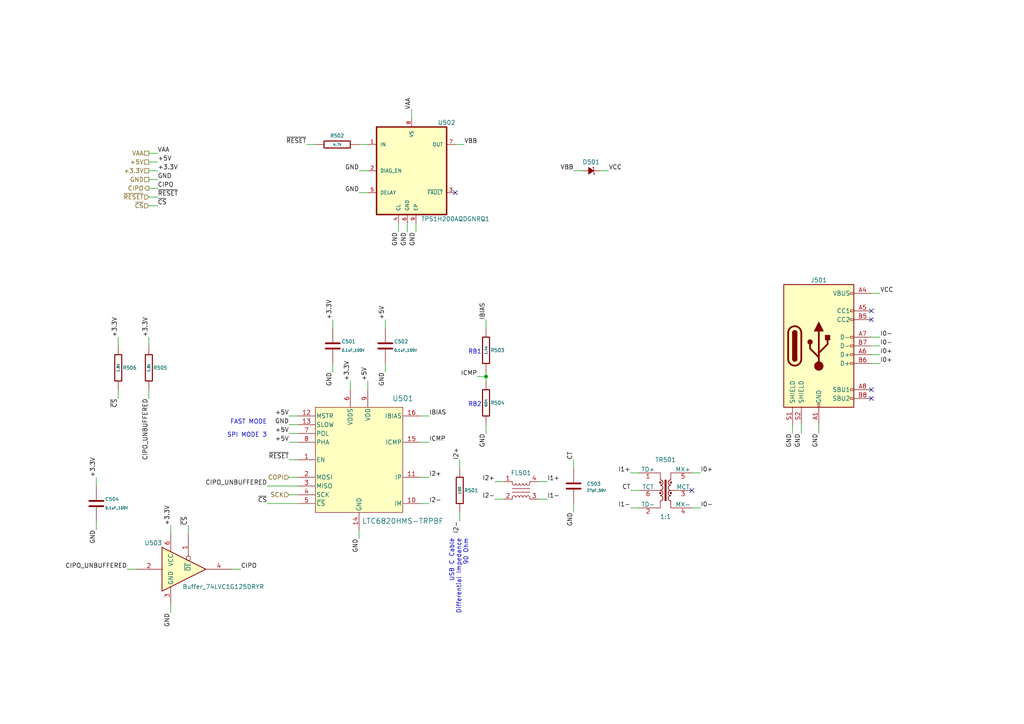
<source format=kicad_sch>
(kicad_sch (version 20230121) (generator eeschema)
  (paper "A4")
  (title_block (title "thruster-pcb") (date "2024-10-22") (rev "2.1") (company "Mechatronic Magic"))
  (lib_symbols
    (symbol "Janelia:Buffer_74LVC1G125DRYR"
      (property "Reference" "U" (at -10.16 7.62 0))
      (property "Value" "Buffer_74LVC1G125DRYR" (at 10.16 -5.08 0))
      (symbol "Buffer_74LVC1G125DRYR_0_1"
        (polyline (pts (xy -7.62 6.35) (xy -7.62 -6.35) (xy 5.08 0) (xy -7.62 6.35)) (stroke (width 0.254)) (fill (type background)))
      )
      (symbol "Buffer_74LVC1G125DRYR_1_1"
        (pin input inverted (at 0 10.16 270) (length 7.62) (name "~{OE}") (number "1"))
        (pin input line (at -15.24 0 0) (length 7.62) (name "~") (number "2"))
        (pin power_in line (at -5.08 -10.16 90) (length 5.08) (name "GND") (number "3"))
        (pin tri_state line (at 12.7 0 180) (length 7.62) (name "~") (number "4"))
        (pin no_connect line (at 0 -7.62 90) (length 5.08) hide (name "NC") (number "5"))
        (pin power_in line (at -5.08 10.16 270) (length 5.08) (name "VCC") (number "6"))
      )
    )
    (symbol "Janelia:C_0.1uF_100V_0402" (pin_numbers hide) (pin_names (offset 0.254))
      (property "Reference" "C" (at 0 2.54 0))
      (property "Value" "0.1uF_100V" (at 0 0 0))
      (symbol "C_0.1uF_100V_0402_0_1"
        (polyline (pts (xy -2.032 -0.762) (xy 2.032 -0.762)) (stroke (width 0.508)))
        (polyline (pts (xy -2.032 0.762) (xy 2.032 0.762)) (stroke (width 0.508)))
      )
      (symbol "C_0.1uF_100V_0402_1_1"
        (pin passive line (at 0 5.08 270) (length 4.318) (name "~") (number "1"))
        (pin passive line (at 0 -5.08 90) (length 4.318) (name "~") (number "2"))
      )
    )
    (symbol "Janelia:C_27pF_50V_0402" (pin_numbers hide) (pin_names (offset 0.254))
      (property "Reference" "C" (at 0 2.54 0))
      (property "Value" "27pF_50V" (at 0 0 0))
      (symbol "C_27pF_50V_0402_0_1"
        (polyline (pts (xy -2.032 -0.762) (xy 2.032 -0.762)) (stroke (width 0.508)))
        (polyline (pts (xy -2.032 0.762) (xy 2.032 0.762)) (stroke (width 0.508)))
      )
      (symbol "C_27pF_50V_0402_1_1"
        (pin passive line (at 0 5.08 270) (length 4.318) (name "~") (number "1"))
        (pin passive line (at 0 -5.08 90) (length 4.318) (name "~") (number "2"))
      )
    )
    (symbol "Janelia:Choke_CMF_ACT45B-220-2P" (pin_names (offset 0.254) hide)
      (property "Reference" "FL" (at 0 4.445 0))
      (symbol "Choke_CMF_ACT45B-220-2P_0_1"
        (arc (start -2.54 2.032) (mid -2.032 1.5262) (end -1.524 2.032))
        (arc (start -1.524 -2.032) (mid -2.032 -1.5262) (end -2.54 -2.032))
        (arc (start -1.524 2.032) (mid -1.016 1.5262) (end -0.508 2.032))
        (arc (start -0.508 -2.032) (mid -1.016 -1.5262) (end -1.524 -2.032))
        (arc (start -0.508 2.032) (mid 0 1.5262) (end 0.508 2.032))
        (polyline (pts (xy -2.54 -2.032) (xy -2.54 -2.54)))
        (polyline (pts (xy -2.54 0.508) (xy 2.54 0.508)))
        (polyline (pts (xy -2.54 2.032) (xy -2.54 2.54)))
        (polyline (pts (xy 2.54 -2.032) (xy 2.54 -2.54)))
        (polyline (pts (xy 2.54 -0.508) (xy -2.54 -0.508)))
        (polyline (pts (xy 2.54 2.54) (xy 2.54 2.032)))
        (arc (start 0.508 -2.032) (mid 0 -1.5262) (end -0.508 -2.032))
        (arc (start 0.508 2.032) (mid 1.016 1.5262) (end 1.524 2.032))
        (arc (start 1.524 -2.032) (mid 1.016 -1.5262) (end 0.508 -2.032))
        (arc (start 1.524 2.032) (mid 2.032 1.5262) (end 2.54 2.032))
        (arc (start 2.54 -2.032) (mid 2.032 -1.5262) (end 1.524 -2.032))
      )
      (symbol "Choke_CMF_ACT45B-220-2P_1_1"
        (pin passive line (at -5.08 2.54 0) (length 2.54) (name "1") (number "1"))
        (pin passive line (at -5.08 -2.54 0) (length 2.54) (name "2") (number "2"))
        (pin passive line (at 5.08 -2.54 180) (length 2.54) (name "3") (number "3"))
        (pin passive line (at 5.08 2.54 180) (length 2.54) (name "4") (number "4"))
      )
    )
    (symbol "Janelia:Connector_USB_C_Receptacle_USB2.0_16P_GT-USB-7047C" (pin_names (offset 1.016))
      (property "Reference" "J" (at 0 19.05 0))
      (symbol "Connector_USB_C_Receptacle_USB2.0_16P_GT-USB-7047C_0_0"
        (rectangle (start -0.254 -17.78) (end 0.254 -16.764))
        (rectangle (start 10.16 -14.986) (end 9.144 -15.494))
        (rectangle (start 10.16 -12.446) (end 9.144 -12.954))
        (rectangle (start 10.16 -4.826) (end 9.144 -5.334))
        (rectangle (start 10.16 -2.286) (end 9.144 -2.794))
        (rectangle (start 10.16 0.254) (end 9.144 -0.254))
        (rectangle (start 10.16 2.794) (end 9.144 2.286))
        (rectangle (start 10.16 7.874) (end 9.144 7.366))
        (rectangle (start 10.16 10.414) (end 9.144 9.906))
        (rectangle (start 10.16 15.494) (end 9.144 14.986))
      )
      (symbol "Connector_USB_C_Receptacle_USB2.0_16P_GT-USB-7047C_0_1"
        (rectangle (start -10.16 17.78) (end 10.16 -17.78) (stroke (width 0.254)) (fill (type background)))
        (arc (start -8.89 -3.81) (mid -6.985 -5.7067) (end -5.08 -3.81) (stroke (width 0.508)))
        (arc (start -7.62 -3.81) (mid -6.985 -4.4423) (end -6.35 -3.81) (stroke (width 0.254)))
        (arc (start -7.62 -3.81) (mid -6.985 -4.4423) (end -6.35 -3.81) (stroke (width 0.254)) (fill (type outline)))
        (rectangle (start -7.62 -3.81) (end -6.35 3.81) (stroke (width 0.254)) (fill (type outline)))
        (arc (start -6.35 3.81) (mid -6.985 4.4423) (end -7.62 3.81) (stroke (width 0.254)))
        (arc (start -6.35 3.81) (mid -6.985 4.4423) (end -7.62 3.81) (stroke (width 0.254)) (fill (type outline)))
        (arc (start -5.08 3.81) (mid -6.985 5.7067) (end -8.89 3.81) (stroke (width 0.508)))
        (circle (center -2.54 1.143) (radius 0.635) (stroke (width 0.254)) (fill (type outline)))
        (circle (center 0 -5.842) (radius 1.27) (fill (type outline)))
        (polyline (pts (xy -8.89 -3.81) (xy -8.89 3.81)) (stroke (width 0.508)))
        (polyline (pts (xy -5.08 3.81) (xy -5.08 -3.81)) (stroke (width 0.508)))
        (polyline (pts (xy 0 -5.842) (xy 0 4.318)) (stroke (width 0.508)))
        (polyline (pts (xy 0 -3.302) (xy -2.54 -0.762) (xy -2.54 0.508)) (stroke (width 0.508)))
        (polyline (pts (xy 0 -2.032) (xy 2.54 0.508) (xy 2.54 1.778)) (stroke (width 0.508)))
        (polyline (pts (xy -1.27 4.318) (xy 0 6.858) (xy 1.27 4.318) (xy -1.27 4.318)) (stroke (width 0.254)) (fill (type outline)))
        (rectangle (start 1.905 1.778) (end 3.175 3.048) (stroke (width 0.254)) (fill (type outline)))
      )
      (symbol "Connector_USB_C_Receptacle_USB2.0_16P_GT-USB-7047C_1_1"
        (pin passive line (at 0 -22.86 90) (length 5.08) (name "GND") (number "A1"))
        (pin passive line (at 0 -22.86 90) (length 5.08) hide (name "GND") (number "A12"))
        (pin passive line (at 15.24 15.24 180) (length 5.08) (name "VBUS") (number "A4"))
        (pin bidirectional line (at 15.24 10.16 180) (length 5.08) (name "CC1") (number "A5"))
        (pin bidirectional line (at 15.24 -2.54 180) (length 5.08) (name "D+") (number "A6"))
        (pin bidirectional line (at 15.24 2.54 180) (length 5.08) (name "D-") (number "A7"))
        (pin bidirectional line (at 15.24 -12.7 180) (length 5.08) (name "SBU1") (number "A8"))
        (pin passive line (at 15.24 15.24 180) (length 5.08) hide (name "VBUS") (number "A9"))
        (pin passive line (at 0 -22.86 90) (length 5.08) hide (name "GND") (number "B1"))
        (pin passive line (at 0 -22.86 90) (length 5.08) hide (name "GND") (number "B12"))
        (pin passive line (at 15.24 15.24 180) (length 5.08) hide (name "VBUS") (number "B4"))
        (pin bidirectional line (at 15.24 7.62 180) (length 5.08) (name "CC2") (number "B5"))
        (pin bidirectional line (at 15.24 -5.08 180) (length 5.08) (name "D+") (number "B6"))
        (pin bidirectional line (at 15.24 0 180) (length 5.08) (name "D-") (number "B7"))
        (pin bidirectional line (at 15.24 -15.24 180) (length 5.08) (name "SBU2") (number "B8"))
        (pin passive line (at 15.24 15.24 180) (length 5.08) hide (name "VBUS") (number "B9"))
        (pin passive line (at -7.62 -22.86 90) (length 5.08) (name "SHIELD") (number "S1"))
        (pin passive line (at -5.08 -22.86 90) (length 5.08) (name "SHIELD") (number "S2"))
      )
    )
    (symbol "Janelia:D_SCHOTTKY_60V_3A" (pin_numbers hide) (pin_names (offset 0.254) hide)
      (property "Reference" "D" (at -1.27 2.032 0))
      (symbol "D_SCHOTTKY_60V_3A_0_1"
        (polyline (pts (xy -0.762 -1.016) (xy -0.762 1.016)))
        (polyline (pts (xy -0.762 -1.016) (xy -0.508 -1.016) (xy -0.508 -0.762)))
        (polyline (pts (xy -0.762 1.016) (xy -1.016 1.016) (xy -1.016 0.762)))
        (polyline (pts (xy 0.762 -1.016) (xy -0.762 0) (xy 0.762 1.016) (xy 0.762 -1.016)) (fill (type outline)))
      )
      (symbol "D_SCHOTTKY_60V_3A_1_1"
        (pin passive line (at -2.54 0 0) (length 1.778) (name "K") (number "1"))
        (pin passive line (at 2.54 0 180) (length 1.778) (name "A") (number "2"))
      )
    )
    (symbol "Janelia:LTC6820HMS-TRPBF" (pin_names (offset 0.254))
      (property "Reference" "U" (at 12.7 17.78 0))
      (property "Value" "LTC6820HMS-TRPBF" (at 12.7 -17.78 0))
      (symbol "LTC6820HMS-TRPBF_1_1"
        (rectangle (start -12.7 15.24) (end 12.7 -15.24) (fill (type background)))
        (pin input line (at -17.78 0 0) (length 5.08) (name "EN") (number "1"))
        (pin bidirectional line (at 17.78 -12.7 180) (length 5.08) (name "IM") (number "10"))
        (pin bidirectional line (at 17.78 -5.08 180) (length 5.08) (name "IP") (number "11"))
        (pin input line (at -17.78 12.7 0) (length 5.08) (name "MSTR") (number "12"))
        (pin input line (at -17.78 10.16 0) (length 5.08) (name "SLOW") (number "13"))
        (pin power_in line (at 0 -20.32 90) (length 5.08) (name "GND") (number "14"))
        (pin passive line (at 17.78 5.08 180) (length 5.08) (name "ICMP") (number "15"))
        (pin passive line (at 17.78 12.7 180) (length 5.08) (name "IBIAS") (number "16"))
        (pin bidirectional line (at -17.78 -5.08 0) (length 5.08) (name "MOSI") (number "2"))
        (pin bidirectional line (at -17.78 -7.62 0) (length 5.08) (name "MISO") (number "3"))
        (pin bidirectional line (at -17.78 -10.16 0) (length 5.08) (name "SCK") (number "4"))
        (pin bidirectional line (at -17.78 -12.7 0) (length 5.08) (name "~{CS}") (number "5"))
        (pin power_in line (at -2.54 20.32 270) (length 5.08) (name "VDDS") (number "6"))
        (pin input line (at -17.78 7.62 0) (length 5.08) (name "POL") (number "7"))
        (pin input line (at -17.78 5.08 0) (length 5.08) (name "PHA") (number "8"))
        (pin power_in line (at 2.54 20.32 270) (length 5.08) (name "VDD") (number "9"))
      )
    )
    (symbol "Janelia:R_1.4k_0402" (pin_numbers hide) (pin_names (offset 0))
      (property "Reference" "R" (at 2.032 0 90))
      (property "Value" "1.4k" (at 0 0 90))
      (symbol "R_1.4k_0402_0_1"
        (rectangle (start -1.016 3.81) (end 1.016 -3.81) (stroke (width 0.3048)))
      )
      (symbol "R_1.4k_0402_1_1"
        (pin passive line (at 0 6.35 270) (length 2.54) (name "~") (number "1"))
        (pin passive line (at 0 -6.35 90) (length 2.54) (name "~") (number "2"))
      )
    )
    (symbol "Janelia:R_1.8k_0402" (pin_numbers hide) (pin_names (offset 0))
      (property "Reference" "R" (at 2.032 0 90))
      (property "Value" "1.8k" (at 0 0 90))
      (symbol "R_1.8k_0402_0_1"
        (rectangle (start -1.016 3.81) (end 1.016 -3.81) (stroke (width 0.3048)))
      )
      (symbol "R_1.8k_0402_1_1"
        (pin passive line (at 0 6.35 270) (length 2.54) (name "~") (number "1"))
        (pin passive line (at 0 -6.35 90) (length 2.54) (name "~") (number "2"))
      )
    )
    (symbol "Janelia:R_100_0402" (pin_numbers hide) (pin_names (offset 0))
      (property "Reference" "R" (at 1.27 0 0))
      (property "Value" "100" (at 0 0 90))
      (symbol "R_100_0402_0_1"
        (rectangle (start -1.016 3.81) (end 1.016 -3.81) (stroke (width 0.3048)))
      )
      (symbol "R_100_0402_1_1"
        (pin passive line (at 0 6.35 270) (length 2.54) (name "~") (number "1"))
        (pin passive line (at 0 -6.35 90) (length 2.54) (name "~") (number "2"))
      )
    )
    (symbol "Janelia:R_4.7k_0402" (pin_numbers hide) (pin_names (offset 0))
      (property "Reference" "R" (at 2.032 0 90))
      (property "Value" "4.7k" (at 0 0 90))
      (symbol "R_4.7k_0402_0_1"
        (rectangle (start -1.016 3.81) (end 1.016 -3.81) (stroke (width 0.3048)))
      )
      (symbol "R_4.7k_0402_1_1"
        (pin passive line (at 0 6.35 270) (length 2.54) (name "~") (number "1"))
        (pin passive line (at 0 -6.35 90) (length 2.54) (name "~") (number "2"))
      )
    )
    (symbol "Janelia:R_604_0402" (pin_numbers hide) (pin_names (offset 0))
      (property "Reference" "R" (at 2.032 0 90))
      (property "Value" "604" (at 0 0 90))
      (symbol "R_604_0402_0_1"
        (rectangle (start -1.016 3.81) (end 1.016 -3.81) (stroke (width 0.3048)))
      )
      (symbol "R_604_0402_1_1"
        (pin passive line (at 0 6.35 270) (length 2.54) (name "~") (number "1"))
        (pin passive line (at 0 -6.35 90) (length 2.54) (name "~") (number "2"))
      )
    )
    (symbol "Janelia:TPS1H200AQDGNRQ1" (pin_names (offset 1.016))
      (property "Reference" "U" (at 10.16 13.97 0))
      (property "Value" "TPS1H200AQDGNRQ1" (at 12.7 -13.97 0))
      (symbol "TPS1H200AQDGNRQ1_0_0"
        (rectangle (start -10.16 12.7) (end 10.16 -12.7) (stroke (width 0.41)) (fill (type background)))
      )
      (symbol "TPS1H200AQDGNRQ1_1_0"
        (pin input line (at -12.7 7.62 0) (length 2.54) (name "IN") (number "1"))
        (pin input line (at -12.7 0 0) (length 2.54) (name "DIAG_EN") (number "2"))
        (pin output line (at 12.7 -6.35 180) (length 2.54) (name "~{FAULT}") (number "3"))
        (pin passive line (at -3.81 -15.24 90) (length 2.54) (name "CL") (number "4"))
        (pin passive line (at -12.7 -6.35 0) (length 2.54) (name "DELAY") (number "5"))
        (pin power_in line (at -1.27 -15.24 90) (length 2.54) (name "GND") (number "6"))
        (pin output line (at 12.7 7.62 180) (length 2.54) (name "OUT") (number "7"))
        (pin power_in line (at 0 15.24 270) (length 2.54) (name "VS") (number "8"))
        (pin passive line (at 1.27 -15.24 90) (length 2.54) (name "EP") (number "9"))
      )
    )
    (symbol "Janelia:Transformer_Pulse_1CT{colon}1CT_SMD" (pin_names (offset 0))
      (property "Reference" "TR" (at 0 8.89 0))
      (property "Value" "1:1" (at 0 -7.62 0))
      (symbol "Transformer_Pulse_1CT{colon}1CT_SMD_0_1"
        (arc (start -1.524 -3.048) (mid -0.7653 -2.286) (end -1.524 -1.524) (stroke (width 0.2032)))
        (arc (start -1.524 -1.524) (mid -0.7653 -0.762) (end -1.524 0) (stroke (width 0.2032)))
        (arc (start -1.524 0) (mid -0.7653 0.762) (end -1.524 1.524) (stroke (width 0.2032)))
        (arc (start -1.524 1.524) (mid -0.7653 2.286) (end -1.524 3.048) (stroke (width 0.2032)))
        (rectangle (start -0.254 3.048) (end 0.254 -3.048) (stroke (width 0.0254)) (fill (type outline)))
        (polyline (pts (xy -1.524 0) (xy -2.54 0) (xy -2.54 0)) (fill (type outline)))
        (polyline (pts (xy 1.524 0) (xy 2.54 0) (xy 2.54 0)) (fill (type outline)))
        (polyline (pts (xy -2.54 5.08) (xy -1.524 5.08) (xy -1.524 3.048) (xy -1.524 3.048)) (stroke (width 0.1524)))
        (polyline (pts (xy -1.524 -3.048) (xy -1.524 -5.08) (xy -2.54 -5.08) (xy -2.54 -5.08)) (stroke (width 0.1524)))
        (polyline (pts (xy 1.524 3.048) (xy 1.524 5.08) (xy 2.54 5.08) (xy 2.54 5.08)) (stroke (width 0.1524)))
        (polyline (pts (xy 2.54 -5.08) (xy 1.524 -5.08) (xy 1.524 -3.048) (xy 1.524 -3.048)) (stroke (width 0.1524)))
        (arc (start 1.524 -1.524) (mid 0.7653 -2.286) (end 1.524 -3.048) (stroke (width 0.2032)))
        (arc (start 1.524 0) (mid 0.7653 -0.762) (end 1.524 -1.524) (stroke (width 0.2032)))
        (arc (start 1.524 1.524) (mid 0.7653 0.762) (end 1.524 0) (stroke (width 0.2032)))
        (arc (start 1.524 3.048) (mid 0.7653 2.286) (end 1.524 1.524) (stroke (width 0.2032)))
      )
      (symbol "Transformer_Pulse_1CT{colon}1CT_SMD_1_1"
        (circle (center -1.524 -0.762) (radius 0.254) (fill (type outline)))
        (circle (center -1.524 2.286) (radius 0.254) (fill (type outline)))
        (circle (center 1.524 -0.762) (radius 0.254) (fill (type outline)))
        (circle (center 1.524 2.286) (radius 0.254) (fill (type outline)))
        (pin passive line (at -7.62 5.08 0) (length 5.08) (name "TD+") (number "1"))
        (pin passive line (at -7.62 -5.08 0) (length 5.08) (name "TD-") (number "2"))
        (pin passive line (at 7.62 0 180) (length 5.08) (name "MCT") (number "3"))
        (pin passive line (at 7.62 -5.08 180) (length 5.08) (name "MX-") (number "4"))
        (pin passive line (at 7.62 5.08 180) (length 5.08) (name "MX+") (number "5"))
        (pin passive line (at -7.62 0 0) (length 5.08) (name "TCT") (number "6"))
      )
    )
  )
  (junction (at 140.97 109.22))
  (no_connect (at 200.66 142.24))
  (no_connect (at 252.73 90.17))
  (no_connect (at 132.08 55.88))
  (no_connect (at 252.73 92.71))
  (no_connect (at 252.73 115.57))
  (no_connect (at 252.73 113.03))
  (wire (pts (xy 252.73 85.09) (xy 255.27 85.09)))
  (wire (pts (xy 86.36 120.65) (xy 83.82 120.65)))
  (wire (pts (xy 133.35 135.89) (xy 133.35 133.35)))
  (wire (pts (xy 36.83 165.1) (xy 39.37 165.1)))
  (wire (pts (xy 146.05 144.78) (xy 143.51 144.78)))
  (wire (pts (xy 43.18 59.69) (xy 45.72 59.69)))
  (wire (pts (xy 91.44 41.91) (xy 88.9 41.91)))
  (wire (pts (xy 49.53 175.26) (xy 49.53 177.8)))
  (wire (pts (xy 120.65 64.77) (xy 120.65 67.31)))
  (wire (pts (xy 237.49 123.19) (xy 237.49 125.73)))
  (wire (pts (xy 101.6 113.03) (xy 101.6 110.49)))
  (wire (pts (xy 166.37 135.89) (xy 166.37 133.35)))
  (wire (pts (xy 115.57 64.77) (xy 115.57 67.31)))
  (wire (pts (xy 121.92 120.65) (xy 124.46 120.65)))
  (wire (pts (xy 106.68 55.88) (xy 104.14 55.88)))
  (wire (pts (xy 43.18 46.99) (xy 45.72 46.99)))
  (wire (pts (xy 232.41 123.19) (xy 232.41 125.73)))
  (wire (pts (xy 86.36 128.27) (xy 83.82 128.27)))
  (wire (pts (xy 106.68 113.03) (xy 106.68 110.49)))
  (wire (pts (xy 200.66 147.32) (xy 203.2 147.32)))
  (wire (pts (xy 185.42 137.16) (xy 182.88 137.16)))
  (wire (pts (xy 96.52 105.41) (xy 96.52 107.95)))
  (wire (pts (xy 185.42 147.32) (xy 182.88 147.32)))
  (wire (pts (xy 43.18 44.45) (xy 45.72 44.45)))
  (wire (pts (xy 252.73 97.79) (xy 255.27 97.79)))
  (wire (pts (xy 43.18 100.33) (xy 43.18 97.79)))
  (wire (pts (xy 43.18 115.57) (xy 43.18 113.03)))
  (wire (pts (xy 43.18 57.15) (xy 45.72 57.15)))
  (wire (pts (xy 200.66 137.16) (xy 203.2 137.16)))
  (wire (pts (xy 43.18 52.07) (xy 45.72 52.07)))
  (wire (pts (xy 168.91 49.53) (xy 166.37 49.53)))
  (wire (pts (xy 45.72 54.61) (xy 43.18 54.61)))
  (wire (pts (xy 166.37 146.05) (xy 166.37 148.59)))
  (wire (pts (xy 121.92 128.27) (xy 124.46 128.27)))
  (wire (pts (xy 229.87 123.19) (xy 229.87 125.73)))
  (wire (pts (xy 140.97 123.19) (xy 140.97 125.73)))
  (wire (pts (xy 96.52 95.25) (xy 96.52 92.71)))
  (wire (pts (xy 140.97 109.22) (xy 140.97 110.49)))
  (wire (pts (xy 173.99 49.53) (xy 176.53 49.53)))
  (wire (pts (xy 104.14 153.67) (xy 104.14 156.21)))
  (wire (pts (xy 133.35 148.59) (xy 133.35 151.13)))
  (wire (pts (xy 119.38 34.29) (xy 119.38 31.75)))
  (wire (pts (xy 121.92 138.43) (xy 124.46 138.43)))
  (wire (pts (xy 156.21 139.7) (xy 158.75 139.7)))
  (wire (pts (xy 138.43 109.22) (xy 140.97 109.22)))
  (wire (pts (xy 27.94 151.13) (xy 27.94 153.67)))
  (wire (pts (xy 34.29 100.33) (xy 34.29 97.79)))
  (wire (pts (xy 156.21 144.78) (xy 158.75 144.78)))
  (wire (pts (xy 252.73 102.87) (xy 255.27 102.87)))
  (wire (pts (xy 27.94 140.97) (xy 27.94 138.43)))
  (wire (pts (xy 86.36 138.43) (xy 83.82 138.43)))
  (wire (pts (xy 43.18 49.53) (xy 45.72 49.53)))
  (wire (pts (xy 77.47 140.97) (xy 86.36 140.97)))
  (wire (pts (xy 106.68 49.53) (xy 104.14 49.53)))
  (wire (pts (xy 34.29 115.57) (xy 34.29 113.03)))
  (wire (pts (xy 49.53 154.94) (xy 49.53 152.4)))
  (wire (pts (xy 111.76 105.41) (xy 111.76 107.95)))
  (wire (pts (xy 54.61 154.94) (xy 54.61 152.4)))
  (wire (pts (xy 140.97 95.25) (xy 140.97 92.71)))
  (wire (pts (xy 86.36 125.73) (xy 83.82 125.73)))
  (wire (pts (xy 132.08 41.91) (xy 134.62 41.91)))
  (wire (pts (xy 252.73 105.41) (xy 255.27 105.41)))
  (wire (pts (xy 140.97 107.95) (xy 140.97 109.22)))
  (wire (pts (xy 146.05 139.7) (xy 143.51 139.7)))
  (wire (pts (xy 69.85 165.1) (xy 67.31 165.1)))
  (wire (pts (xy 121.92 146.05) (xy 124.46 146.05)))
  (wire (pts (xy 86.36 123.19) (xy 83.82 123.19)))
  (wire (pts (xy 118.11 64.77) (xy 118.11 67.31)))
  (wire (pts (xy 77.47 146.05) (xy 86.36 146.05)))
  (wire (pts (xy 86.36 143.51) (xy 83.82 143.51)))
  (wire (pts (xy 252.73 100.33) (xy 255.27 100.33)))
  (wire (pts (xy 185.42 142.24) (xy 182.88 142.24)))
  (wire (pts (xy 86.36 133.35) (xy 83.82 133.35)))
  (wire (pts (xy 104.14 41.91) (xy 106.68 41.91)))
  (wire (pts (xy 111.76 95.25) (xy 111.76 92.71)))
  (text "RB1" (at 139.7 102.87 0) (effects (font (size 1.27 1.27)) (justify right bottom)))
  (text "RB2" (at 139.7 118.11 0) (effects (font (size 1.27 1.27)) (justify right bottom)))
  (text "USB C Cable\nDifferential Impedance\n90 Ohm" (at 135.89 156.21 90) (effects (font (size 1.27 1.27)) (justify right bottom)))
  (text "SPI MODE 3" (at 77.47 127 0) (effects (font (size 1.27 1.27)) (justify right bottom)))
  (text "FAST MODE" (at 77.47 123.19 0) (effects (font (size 1.27 1.27)) (justify right bottom)))
  (label "I2-" (at 143.51 144.78 180))
  (label "I1+" (at 182.88 137.16 180))
  (label "GND" (at 45.72 52.07 0))
  (label "+3.3V" (at 43.18 97.79 90))
  (label "I1-" (at 158.75 144.78 0))
  (label "GND" (at 120.65 67.31 270))
  (label "CT" (at 166.37 133.35 90))
  (label "I1-" (at 182.88 147.32 180))
  (label "GND" (at 83.82 123.19 180))
  (label "I0-" (at 255.27 97.79 0))
  (label "GND" (at 104.14 55.88 180))
  (label "+5V" (at 106.68 110.49 90))
  (label "~{CS}" (at 45.72 59.69 0))
  (label "IBIAS" (at 140.97 92.71 90))
  (label "VAA" (at 119.38 31.75 90))
  (label "VCC" (at 255.27 85.09 0))
  (label "I2-" (at 133.35 151.13 270))
  (label "+5V" (at 83.82 128.27 180))
  (label "I2+" (at 133.35 133.35 90))
  (label "GND" (at 229.87 125.73 270))
  (label "GND" (at 166.37 148.59 270))
  (label "+3.3V" (at 34.29 97.79 90))
  (label "+5V" (at 83.82 120.65 180))
  (label "I0-" (at 203.2 147.32 0))
  (label "GND" (at 140.97 125.73 270))
  (label "CIPO_UNBUFFERED" (at 77.47 140.97 180))
  (label "GND" (at 104.14 156.21 270))
  (label "CIPO_UNBUFFERED" (at 43.18 115.57 270))
  (label "GND" (at 96.52 107.95 270))
  (label "I0+" (at 255.27 102.87 0))
  (label "+5V" (at 45.72 46.99 0))
  (label "+3.3V" (at 45.72 49.53 0))
  (label "~{CS}" (at 54.61 152.4 90))
  (label "I0-" (at 255.27 100.33 0))
  (label "IBIAS" (at 124.46 120.65 0))
  (label "CIPO" (at 45.72 54.61 0))
  (label "~{RESET}" (at 83.82 133.35 180))
  (label "~{RESET}" (at 45.72 57.15 0))
  (label "+3.3V" (at 49.53 152.4 90))
  (label "VCC" (at 176.53 49.53 0))
  (label "CT" (at 182.88 142.24 180))
  (label "GND" (at 49.53 177.8 270))
  (label "GND" (at 118.11 67.31 270))
  (label "GND" (at 232.41 125.73 270))
  (label "I2-" (at 124.46 146.05 0))
  (label "+3.3V" (at 27.94 138.43 90))
  (label "+5V" (at 83.82 125.73 180))
  (label "VBB" (at 166.37 49.53 180))
  (label "ICMP" (at 138.43 109.22 180))
  (label "VAA" (at 45.72 44.45 0))
  (label "~{RESET}" (at 88.9 41.91 180))
  (label "I2+" (at 143.51 139.7 180))
  (label "CIPO_UNBUFFERED" (at 36.83 165.1 180))
  (label "I0+" (at 203.2 137.16 0))
  (label "GND" (at 237.49 125.73 270))
  (label "+5V" (at 111.76 92.71 90))
  (label "ICMP" (at 124.46 128.27 0))
  (label "~{CS}" (at 77.47 146.05 180))
  (label "+3.3V" (at 96.52 92.71 90))
  (label "+3.3V" (at 101.6 110.49 90))
  (label "~{CS}" (at 34.29 115.57 270))
  (label "GND" (at 104.14 49.53 180))
  (label "GND" (at 27.94 153.67 270))
  (label "GND" (at 115.57 67.31 270))
  (label "GND" (at 111.76 107.95 270))
  (label "VBB" (at 134.62 41.91 0))
  (label "I1+" (at 158.75 139.7 0))
  (label "I0+" (at 255.27 105.41 0))
  (label "I2+" (at 124.46 138.43 0))
  (label "CIPO" (at 69.85 165.1 0))
  (hierarchical_label "~{RESET}" (shape input) (at 43.18 57.15 180))
  (hierarchical_label "+5V" (shape passive) (at 43.18 46.99 180))
  (hierarchical_label "+3.3V" (shape passive) (at 43.18 49.53 180))
  (hierarchical_label "GND" (shape passive) (at 43.18 52.07 180))
  (hierarchical_label "CIPO" (shape output) (at 43.18 54.61 180))
  (hierarchical_label "VAA" (shape passive) (at 43.18 44.45 180))
  (hierarchical_label "~{CS}" (shape input) (at 43.18 59.69 180))
  (hierarchical_label "COPI" (shape input) (at 83.82 138.43 180))
  (hierarchical_label "SCK" (shape input) (at 83.82 143.51 180))
  (symbol (lib_id "Janelia:C_0.1uF_100V_0402") (at 27.94 146.05 0) (unit 1)
    (property "Reference" "C504" (at 30.48 144.78 0) (effects (font (size 1.016 1.016)) (justify left)))
    (property "Value" "0.1uF_100V" (at 30.48 147.32 0) (effects (font (size 0.762 0.762)) (justify left)))
    (property "Footprint" "Janelia:C_0402_1005Metric" (effects hide))
    (property "Vendor" "Digi-Key" (effects hide))
    (property "Vendor Part Number" "490-10458-1-ND" (effects hide))
    (property "Synopsis" "CAP CER 0.1UF 100V X5R" (effects hide))
    (property "Manufacturer" "Murata Electronics" (effects hide))
    (property "Manufacturer Part Number" "GRM155R62A104KE14D" (effects hide))
    (property "Package" "0402" (effects hide))
    (property "LCSC" "C162178" (effects hide))
    (instances (project "thruster-pcb" (path "" (reference "C504") (unit 1)) (path "" (reference "C604") (unit 1)) (path "" (reference "C704") (unit 1)) (path "" (reference "C804") (unit 1)) (path "" (reference "C904") (unit 1)) (path "" (reference "C1004") (unit 1)) (path "" (reference "C1104") (unit 1))))
  )
  (symbol (lib_id "Janelia:R_1.8k_0402") (at 43.18 106.68 0) (unit 1)
    (property "Reference" "R505" (at 44.45 106.68 0) (effects (font (size 1.016 1.016)) (justify left)))
    (property "Value" "1.8k" (at 43.18 106.68 90) (effects (font (size 0.762 0.762))))
    (property "Footprint" "Janelia:R_0402_1005Metric" (effects hide))
    (property "Vendor" "JLCPCB" (effects hide))
    (property "Vendor Part Number" "C409855" (effects hide))
    (property "Synopsis" "RES SMD 1.8K OHM 5% 100mW" (effects hide))
    (property "Package" "0402" (effects hide))
    (property "Manufacturer" "PANASONIC" (effects hide))
    (property "Manufacturer Part Number" "ERJ2GEJ182X" (effects hide))
    (property "LCSC" "C409855" (effects hide))
    (instances (project "thruster-pcb" (path "" (reference "R505") (unit 1)) (path "" (reference "R605") (unit 1)) (path "" (reference "R705") (unit 1)) (path "" (reference "R805") (unit 1)) (path "" (reference "R905") (unit 1)) (path "" (reference "R1005") (unit 1)) (path "" (reference "R1105") (unit 1))))
  )
  (symbol (lib_id "Janelia:Connector_USB_C_Receptacle_USB2.0_16P_GT-USB-7047C") (at 237.49 100.33 0) (unit 1)
    (property "Reference" "J501" (at 237.49 81.28 0))
    (property "Value" "Connector_USB_C_Receptacle_USB2.0_16P_GT-USB-7047C" (effects hide))
    (property "Footprint" "Janelia:USB_C_Receptacle_GT-USB-7047C_16P_TopMnt_Horizontal" (effects hide))
    (property "Synopsis" "USB Type-C 2.0 16P 5A" (effects hide))
    (property "Package" "SMD" (effects hide))
    (property "Manufacturer" "G-Switch" (effects hide))
    (property "Manufacturer Part Number" "GT-USB-7047C" (effects hide))
    (property "Vendor" "JLCPCB" (effects hide))
    (property "Vendor Part Number" "C963218" (effects hide))
    (property "LCSC" "C963218" (effects hide))
    (instances (project "thruster-pcb" (path "" (reference "J501") (unit 1)) (path "" (reference "J601") (unit 1)) (path "" (reference "J701") (unit 1)) (path "" (reference "J801") (unit 1)) (path "" (reference "J901") (unit 1)) (path "" (reference "J1001") (unit 1)) (path "" (reference "J1101") (unit 1))))
  )
  (symbol (lib_id "Janelia:LTC6820HMS-TRPBF") (at 104.14 133.35 0) (unit 1)
    (property "Reference" "U501" (at 116.84 115.57 0) (effects (font (size 1.524 1.524))))
    (property "Value" "LTC6820HMS-TRPBF" (at 116.84 151.13 0) (effects (font (size 1.524 1.524))))
    (property "Footprint" "Janelia:MS_05-08-1669_ADI" (effects hide))
    (property "Synopsis" "SPI Isolator" (effects hide))
    (property "Package" "MSOP-16" (effects hide))
    (property "Manufacturer" "Analog Devices" (effects hide))
    (property "Manufacturer Part Number" "LTC6820HMS#3ZZTRPBF" (effects hide))
    (property "Vendor" "Digi-Key" (effects hide))
    (property "Vendor Part Number" "505-LTC6820HMS#3ZZTRPBFTR-ND" (effects hide))
    (property "LCSC" "C514444" (effects hide))
    (instances (project "thruster-pcb" (path "" (reference "U501") (unit 1)) (path "" (reference "U601") (unit 1)) (path "" (reference "U701") (unit 1)) (path "" (reference "U801") (unit 1)) (path "" (reference "U901") (unit 1)) (path "" (reference "U1001") (unit 1)) (path "" (reference "U1101") (unit 1))))
  )
  (symbol (lib_id "Janelia:R_1.4k_0402") (at 140.97 101.6 0) (unit 1)
    (property "Reference" "R503" (at 142.24 101.6 0) (effects (font (size 1.016 1.016)) (justify left)))
    (property "Value" "1.4k" (at 140.97 101.6 90) (effects (font (size 0.762 0.762))))
    (property "Footprint" "Janelia:R_0402_1005Metric" (effects hide))
    (property "Vendor" "JLCPCB" (effects hide))
    (property "Vendor Part Number" "C375491" (effects hide))
    (property "Synopsis" "RES SMD 1.4K OHM 1% 62.5mW" (effects hide))
    (property "Package" "0402" (effects hide))
    (property "Manufacturer" "YAGEO" (effects hide))
    (property "Manufacturer Part Number" "RC0402FR-071K4L" (effects hide))
    (property "LCSC" "C375491" (effects hide))
    (instances (project "thruster-pcb" (path "" (reference "R503") (unit 1)) (path "" (reference "R603") (unit 1)) (path "" (reference "R703") (unit 1)) (path "" (reference "R803") (unit 1)) (path "" (reference "R903") (unit 1)) (path "" (reference "R1003") (unit 1)) (path "" (reference "R1103") (unit 1))))
  )
  (symbol (lib_id "Janelia:R_604_0402") (at 140.97 116.84 0) (unit 1)
    (property "Reference" "R504" (at 142.24 116.84 0) (effects (font (size 1.016 1.016)) (justify left)))
    (property "Value" "604" (at 140.97 116.84 90) (effects (font (size 0.762 0.762))))
    (property "Footprint" "Janelia:R_0402_1005Metric" (effects hide))
    (property "Vendor" "JLCPCB" (effects hide))
    (property "Vendor Part Number" "C2076855" (effects hide))
    (property "Synopsis" "RES SMD 604 OHM 1% 100mW" (effects hide))
    (property "Package" "0402" (effects hide))
    (property "Manufacturer" "PANASONIC" (effects hide))
    (property "Manufacturer Part Number" "ERJ2RKF6040X" (effects hide))
    (property "LCSC" "C2076855" (effects hide))
    (instances (project "thruster-pcb" (path "" (reference "R504") (unit 1)) (path "" (reference "R604") (unit 1)) (path "" (reference "R704") (unit 1)) (path "" (reference "R804") (unit 1)) (path "" (reference "R904") (unit 1)) (path "" (reference "R1004") (unit 1)) (path "" (reference "R1104") (unit 1))))
  )
  (symbol (lib_id "Janelia:Choke_CMF_ACT45B-220-2P") (at 151.13 142.24 0) (unit 1)
    (property "Reference" "FL501" (at 151.13 137.16 0))
    (property "Value" "Choke_CMF_ACT45B-220-2P" (effects hide))
    (property "Footprint" "Janelia:SMD_0-2P-TL003_TDK-L" (effects hide))
    (property "Synopsis" "CMC 22UH 200MA 2LN 1.2KOHM SMD" (effects hide))
    (property "Package" "1812" (effects hide))
    (property "Manufacturer" "TDK " (effects hide))
    (property "Manufacturer Part Number" "ACT45B-220-2P-TL003" (effects hide))
    (property "Vendor" "Digi-Key" (effects hide))
    (property "Vendor Part Number" "445-3957-1-ND" (effects hide))
    (property "LCSC" "C88055" (effects hide))
    (instances (project "thruster-pcb" (path "" (reference "FL501") (unit 1)) (path "" (reference "FL601") (unit 1)) (path "" (reference "FL701") (unit 1)) (path "" (reference "FL801") (unit 1)) (path "" (reference "FL901") (unit 1)) (path "" (reference "FL1001") (unit 1)) (path "" (reference "FL1101") (unit 1))))
  )
  (symbol (lib_id "Janelia:R_100_0402") (at 133.35 142.24 0) (unit 1)
    (property "Reference" "R501" (at 134.62 142.24 0) (effects (font (size 1.016 1.016)) (justify left)))
    (property "Value" "100" (at 133.35 142.24 90) (effects (font (size 0.762 0.762))))
    (property "Footprint" "Janelia:R_0402_1005Metric" (effects hide))
    (property "Vendor" "JLCPCB" (effects hide))
    (property "Vendor Part Number" "C25076" (effects hide))
    (property "Synopsis" "RES SMD 100 OHM 1% 62.5mW" (effects hide))
    (property "Package" "0402" (effects hide))
    (property "Manufacturer" "UNI-ROYAL(Uniroyal Elec)" (effects hide))
    (property "Manufacturer Part Number" "0402WGF1000TCE" (effects hide))
    (property "LCSC" "C25076" (effects hide))
    (instances (project "thruster-pcb" (path "" (reference "R501") (unit 1)) (path "" (reference "R601") (unit 1)) (path "" (reference "R701") (unit 1)) (path "" (reference "R801") (unit 1)) (path "" (reference "R901") (unit 1)) (path "" (reference "R1001") (unit 1)) (path "" (reference "R1101") (unit 1))))
  )
  (symbol (lib_id "Janelia:C_0.1uF_100V_0402") (at 96.52 100.33 0) (unit 1)
    (property "Reference" "C501" (at 99.06 99.06 0) (effects (font (size 1.016 1.016)) (justify left)))
    (property "Value" "0.1uF_100V" (at 99.06 101.6 0) (effects (font (size 0.762 0.762)) (justify left)))
    (property "Footprint" "Janelia:C_0402_1005Metric" (effects hide))
    (property "Vendor" "Digi-Key" (effects hide))
    (property "Vendor Part Number" "490-10458-1-ND" (effects hide))
    (property "Synopsis" "CAP CER 0.1UF 100V X5R" (effects hide))
    (property "Manufacturer" "Murata Electronics" (effects hide))
    (property "Manufacturer Part Number" "GRM155R62A104KE14D" (effects hide))
    (property "Package" "0402" (effects hide))
    (property "LCSC" "C162178" (effects hide))
    (instances (project "thruster-pcb" (path "" (reference "C501") (unit 1)) (path "" (reference "C601") (unit 1)) (path "" (reference "C701") (unit 1)) (path "" (reference "C801") (unit 1)) (path "" (reference "C901") (unit 1)) (path "" (reference "C1001") (unit 1)) (path "" (reference "C1101") (unit 1))))
  )
  (symbol (lib_id "Janelia:D_SCHOTTKY_60V_3A") (at 171.45 49.53 180) (unit 1)
    (property "Reference" "D501" (at 171.45 46.99 0))
    (property "Value" "D_SCHOTTKY_20V_1A" (effects hide))
    (property "Footprint" "Janelia:SOD-123FL" (effects hide))
    (property "Vendor" "JLCPCB" (effects hide))
    (property "Vendor Part Number" "C106913" (effects hide))
    (property "Synopsis" "DIODE SCHOTTKY 60V 3A" (effects hide))
    (property "Manufacturer" "MDD(Microdiode Semiconductor)" (effects hide))
    (property "Manufacturer Part Number" "DSK36" (effects hide))
    (property "Package" "SOD-123FL" (effects hide))
    (property "Sim.Enable" "0" (effects hide))
    (property "LCSC" "C106913" (effects hide))
    (instances (project "thruster-pcb" (path "" (reference "D501") (unit 1)) (path "" (reference "D601") (unit 1)) (path "" (reference "D701") (unit 1)) (path "" (reference "D801") (unit 1)) (path "" (reference "D901") (unit 1)) (path "" (reference "D1001") (unit 1)) (path "" (reference "D1101") (unit 1))))
  )
  (symbol (lib_id "Janelia:Transformer_Pulse_1CT{colon}1CT_SMD") (at 193.04 142.24 0) (unit 1)
    (property "Reference" "TR501" (at 193.04 133.35 0))
    (property "Value" "1:1" (at 193.04 149.86 0))
    (property "Footprint" "Janelia:FB020G00" (effects hide))
    (property "Synopsis" "Pulse Transformer 120uH 1CT:1CT" (effects hide))
    (property "Package" "SMD-6P 3.5x3.2mm" (effects hide))
    (property "Manufacturer" "Dongguan Mentech Optical & Magnetic" (effects hide))
    (property "Manufacturer Part Number" "FB020G00" (effects hide))
    (property "Vendor" "JLCPCB" (effects hide))
    (property "Vendor Part Number" "C19673866" (effects hide))
    (property "LCSC" "C19673866" (effects hide))
    (instances (project "thruster-pcb" (path "" (reference "TR501") (unit 1)) (path "" (reference "TR601") (unit 1)) (path "" (reference "TR701") (unit 1)) (path "" (reference "TR801") (unit 1)) (path "" (reference "TR901") (unit 1)) (path "" (reference "TR1001") (unit 1)) (path "" (reference "TR1101") (unit 1))))
  )
  (symbol (lib_id "Janelia:R_1.8k_0402") (at 34.29 106.68 0) (unit 1)
    (property "Reference" "R506" (at 35.56 106.68 0) (effects (font (size 1.016 1.016)) (justify left)))
    (property "Value" "1.8k" (at 34.29 106.68 90) (effects (font (size 0.762 0.762))))
    (property "Footprint" "Janelia:R_0402_1005Metric" (effects hide))
    (property "Vendor" "JLCPCB" (effects hide))
    (property "Vendor Part Number" "C409855" (effects hide))
    (property "Synopsis" "RES SMD 1.8K OHM 5% 100mW" (effects hide))
    (property "Package" "0402" (effects hide))
    (property "Manufacturer" "PANASONIC" (effects hide))
    (property "Manufacturer Part Number" "ERJ2GEJ182X" (effects hide))
    (property "LCSC" "C409855" (effects hide))
    (instances (project "thruster-pcb" (path "" (reference "R506") (unit 1)) (path "" (reference "R606") (unit 1)) (path "" (reference "R706") (unit 1)) (path "" (reference "R806") (unit 1)) (path "" (reference "R906") (unit 1)) (path "" (reference "R1006") (unit 1)) (path "" (reference "R1106") (unit 1))))
  )
  (symbol (lib_id "Janelia:C_27pF_50V_0402") (at 166.37 140.97 0) (unit 1)
    (property "Reference" "C503" (at 170.18 140.335 0) (effects (font (size 1.016 1.016)) (justify left)))
    (property "Value" "27pF_50V" (at 170.18 142.2399 0) (effects (font (size 0.762 0.762)) (justify left)))
    (property "Footprint" "Janelia:C_0402_1005Metric" (effects hide))
    (property "Synopsis" "CAP CER 27pF 50V 5%" (effects hide))
    (property "Manufacturer" "FH (Guangdong Fenghua Advanced Tech)" (effects hide))
    (property "Manufacturer Part Number" "0402CG270J500NT" (effects hide))
    (property "Package" "0402" (effects hide))
    (property "LCSC" "C1557" (effects hide))
    (instances (project "thruster-pcb" (path "" (reference "C503") (unit 1)) (path "" (reference "C603") (unit 1)) (path "" (reference "C703") (unit 1)) (path "" (reference "C803") (unit 1)) (path "" (reference "C903") (unit 1)) (path "" (reference "C1003") (unit 1)) (path "" (reference "C1103") (unit 1))))
  )
  (symbol (lib_id "Janelia:R_4.7k_0402") (at 97.79 41.91 90) (unit 1)
    (property "Reference" "R502" (at 97.79 39.37 90) (effects (font (size 1.016 1.016))))
    (property "Value" "4.7k" (at 97.79 41.91 90) (effects (font (size 0.762 0.762))))
    (property "Footprint" "Janelia:R_0402_1005Metric" (effects hide))
    (property "Vendor" "JLCPCB" (effects hide))
    (property "Vendor Part Number" "C25900" (effects hide))
    (property "Synopsis" "RES SMD 4.7K OHM 1% 6.25mW" (effects hide))
    (property "Package" "0402" (effects hide))
    (property "Manufacturer" "UNI-ROYAL(Uniroyal Elec)" (effects hide))
    (property "Manufacturer Part Number" "0402WGF4701TCE" (effects hide))
    (property "LCSC" "C25900" (effects hide))
    (instances (project "thruster-pcb" (path "" (reference "R502") (unit 1)) (path "" (reference "R602") (unit 1)) (path "" (reference "R702") (unit 1)) (path "" (reference "R802") (unit 1)) (path "" (reference "R902") (unit 1)) (path "" (reference "R1002") (unit 1)) (path "" (reference "R1102") (unit 1))))
  )
  (symbol (lib_id "Janelia:TPS1H200AQDGNRQ1") (at 119.38 49.53 0) (unit 1)
    (property "Reference" "U502" (at 129.54 35.56 0))
    (property "Value" "TPS1H200AQDGNRQ1" (at 132.08 63.5 0))
    (property "Footprint" "Janelia:SOP65P490X110-9N" (effects hide))
    (property "Synopsis" "IC PWR DRIVER N-CHAN 1:1" (effects hide))
    (property "Package" "EMSOP-8-EP" (effects hide))
    (property "Manufacturer" "Texas Instruments" (effects hide))
    (property "Manufacturer Part Numbner" "TPS1H200AQDGNRQ1" (effects hide))
    (property "Vendor" "Digi-Key" (effects hide))
    (property "Vendor Part Number" "296-50416-1-ND" (effects hide))
    (property "LCSC" "C2653785" (effects hide))
    (instances (project "thruster-pcb" (path "" (reference "U502") (unit 1)) (path "" (reference "U602") (unit 1)) (path "" (reference "U702") (unit 1)) (path "" (reference "U802") (unit 1)) (path "" (reference "U902") (unit 1)) (path "" (reference "U1002") (unit 1)) (path "" (reference "U1102") (unit 1))))
  )
  (symbol (lib_id "Janelia:Buffer_74LVC1G125DRYR") (at 54.61 165.1 0) (unit 1)
    (property "Reference" "U503" (at 44.45 157.48 0))
    (property "Value" "Buffer_74LVC1G125DRYR" (at 64.77 170.18 0))
    (property "Footprint" "Janelia:DRY6" (effects hide))
    (property "Datasheet" "https://www.ti.com/lit/ds/symlink/sn74lvc1g125.pdf" (effects hide))
    (property "Synopsis" "IC BUFF NON-INVERT 1.65-5.5V" (effects hide))
    (property "Package" "USON-6(1x1.5)" (effects hide))
    (property "Manufacturer" "Texas Instruments" (effects hide))
    (property "Manufacturer Part Number" "SN74LVC1G125DRYR" (effects hide))
    (property "Vendor" "Digi-Key" (effects hide))
    (property "Vendor Part Number" "296-21816-1-ND " (effects hide))
    (property "LCSC" "C527546" (effects hide))
    (instances (project "thruster-pcb" (path "" (reference "U503") (unit 1)) (path "" (reference "U603") (unit 1)) (path "" (reference "U703") (unit 1)) (path "" (reference "U803") (unit 1)) (path "" (reference "U903") (unit 1)) (path "" (reference "U1003") (unit 1)) (path "" (reference "U1103") (unit 1))))
  )
  (symbol (lib_id "Janelia:C_0.1uF_100V_0402") (at 111.76 100.33 0) (unit 1)
    (property "Reference" "C502" (at 114.3 99.06 0) (effects (font (size 1.016 1.016)) (justify left)))
    (property "Value" "0.1uF_100V" (at 114.3 101.6 0) (effects (font (size 0.762 0.762)) (justify left)))
    (property "Footprint" "Janelia:C_0402_1005Metric" (effects hide))
    (property "Vendor" "Digi-Key" (effects hide))
    (property "Vendor Part Number" "490-10458-1-ND" (effects hide))
    (property "Synopsis" "CAP CER 0.1UF 100V X5R" (effects hide))
    (property "Manufacturer" "Murata Electronics" (effects hide))
    (property "Manufacturer Part Number" "GRM155R62A104KE14D" (effects hide))
    (property "Package" "0402" (effects hide))
    (property "LCSC" "C162178" (effects hide))
    (instances (project "thruster-pcb" (path "" (reference "C502") (unit 1)) (path "" (reference "C602") (unit 1)) (path "" (reference "C702") (unit 1)) (path "" (reference "C802") (unit 1)) (path "" (reference "C902") (unit 1)) (path "" (reference "C1002") (unit 1)) (path "" (reference "C1102") (unit 1))))
  )
)
</source>
